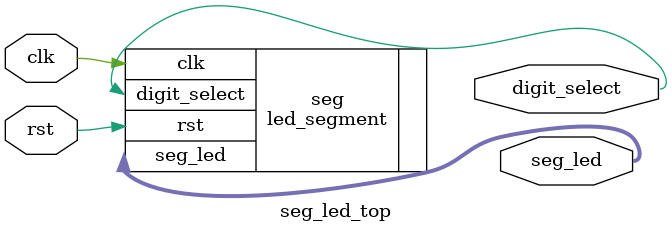
<source format=v>
`timescale 1ns / 1ps


module seg_led_top(
    input  clk,
	input  rst,
	output digit_select,
	output [6:0]seg_led	
    );
// 7 segment led control module	
led_segment seg(
   .clk          (clk),
   .rst          (rst),
   .digit_select (digit_select),
   .seg_led      (seg_led)
);	

  endmodule
</source>
